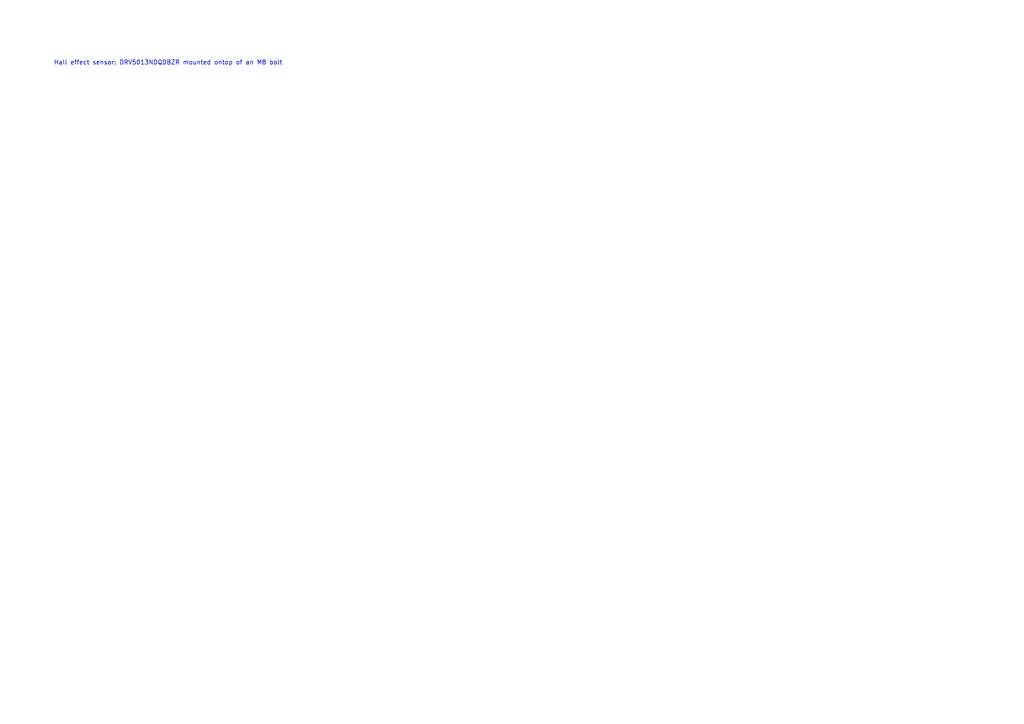
<source format=kicad_sch>
(kicad_sch
	(version 20231120)
	(generator "eeschema")
	(generator_version "8.0")
	(uuid "c846f344-1403-49f1-ac95-c71a1f776149")
	(paper "A4")
	(lib_symbols)
	(text "Hall effect sensor: DRV5013NDQDBZR mounted ontop of an M8 bolt"
		(exclude_from_sim no)
		(at 48.768 18.288 0)
		(effects
			(font
				(size 1.27 1.27)
			)
		)
		(uuid "43be0604-fc95-4d12-968e-fec257f32b3b")
	)
	(sheet_instances
		(path "/"
			(page "1")
		)
	)
)

</source>
